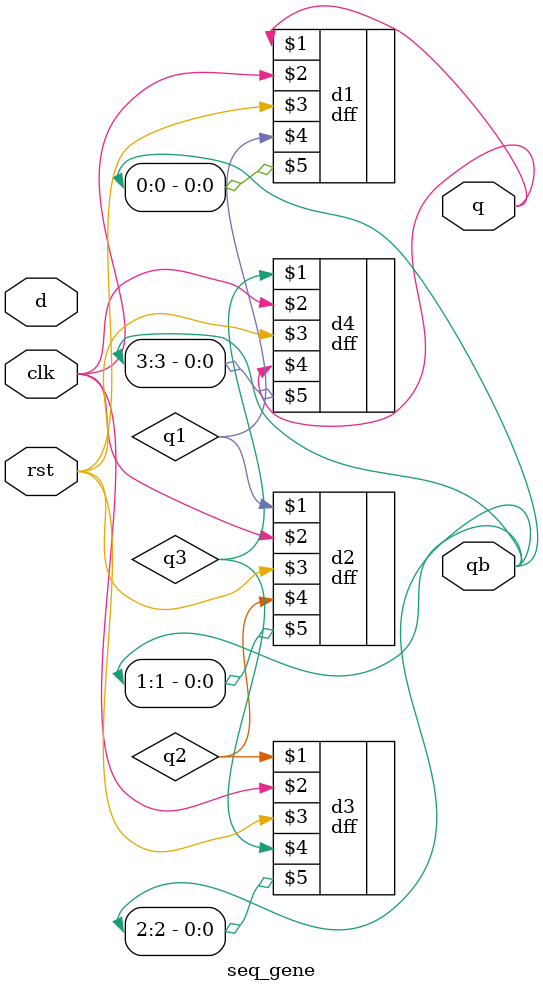
<source format=v>
`timescale 1ns / 1ps
module seq_gene(
    input d,clk,rst,
    output q,
    output [3:0]qb
    );
	 wire q1,q2,q3;
	 
	 dff d1(q,clk,rst,q1,qb[0]);
	 dff d2(q1,clk,rst,q2,qb[1]);
	 dff d3(q2,clk,rst,q3,qb[2]);
	 dff d4(q3,clk,rst,q,qb[3]);
	 
endmodule

</source>
